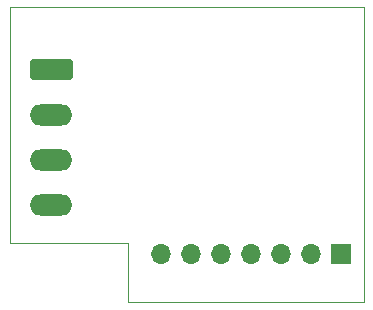
<source format=gbr>
%TF.GenerationSoftware,KiCad,Pcbnew,(5.1.8-0-10_14)*%
%TF.CreationDate,2020-11-29T00:29:28+01:00*%
%TF.ProjectId,FET_Driver,4645545f-4472-4697-9665-722e6b696361,rev?*%
%TF.SameCoordinates,Original*%
%TF.FileFunction,Soldermask,Bot*%
%TF.FilePolarity,Negative*%
%FSLAX46Y46*%
G04 Gerber Fmt 4.6, Leading zero omitted, Abs format (unit mm)*
G04 Created by KiCad (PCBNEW (5.1.8-0-10_14)) date 2020-11-29 00:29:28*
%MOMM*%
%LPD*%
G01*
G04 APERTURE LIST*
%TA.AperFunction,Profile*%
%ADD10C,0.050000*%
%TD*%
%ADD11O,3.600000X1.800000*%
%ADD12O,1.700000X1.700000*%
%ADD13R,1.700000X1.700000*%
G04 APERTURE END LIST*
D10*
X120000000Y-88000000D02*
X110000000Y-88000000D01*
X120000000Y-93000000D02*
X120000000Y-88000000D01*
X110000000Y-68000000D02*
X110000000Y-88000000D01*
X140000000Y-68000000D02*
X110000000Y-68000000D01*
X140000000Y-93000000D02*
X140000000Y-68000000D01*
X120000000Y-93000000D02*
X140000000Y-93000000D01*
D11*
%TO.C,J102*%
X113500000Y-84720000D03*
X113500000Y-80910000D03*
X113500000Y-77100000D03*
G36*
G01*
X111950000Y-72390000D02*
X115050000Y-72390000D01*
G75*
G02*
X115300000Y-72640000I0J-250000D01*
G01*
X115300000Y-73940000D01*
G75*
G02*
X115050000Y-74190000I-250000J0D01*
G01*
X111950000Y-74190000D01*
G75*
G02*
X111700000Y-73940000I0J250000D01*
G01*
X111700000Y-72640000D01*
G75*
G02*
X111950000Y-72390000I250000J0D01*
G01*
G37*
%TD*%
D12*
%TO.C,J101*%
X122760000Y-88950000D03*
X125300000Y-88950000D03*
X127840000Y-88950000D03*
X130380000Y-88950000D03*
X132920000Y-88950000D03*
X135460000Y-88950000D03*
D13*
X138000000Y-88950000D03*
%TD*%
M02*

</source>
